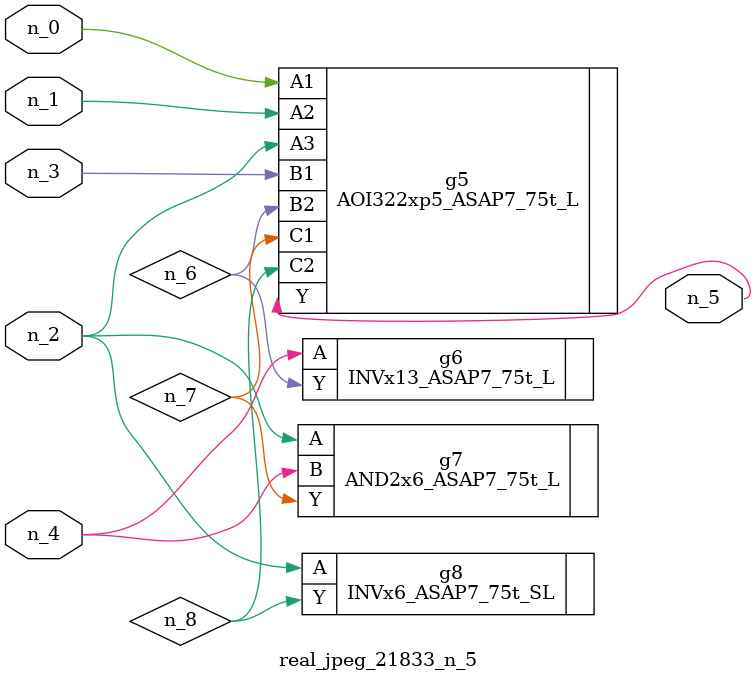
<source format=v>
module real_jpeg_21833_n_5 (n_4, n_0, n_1, n_2, n_3, n_5);

input n_4;
input n_0;
input n_1;
input n_2;
input n_3;

output n_5;

wire n_8;
wire n_6;
wire n_7;

AOI322xp5_ASAP7_75t_L g5 ( 
.A1(n_0),
.A2(n_1),
.A3(n_2),
.B1(n_3),
.B2(n_6),
.C1(n_7),
.C2(n_8),
.Y(n_5)
);

AND2x6_ASAP7_75t_L g7 ( 
.A(n_2),
.B(n_4),
.Y(n_7)
);

INVx6_ASAP7_75t_SL g8 ( 
.A(n_2),
.Y(n_8)
);

INVx13_ASAP7_75t_L g6 ( 
.A(n_4),
.Y(n_6)
);


endmodule
</source>
